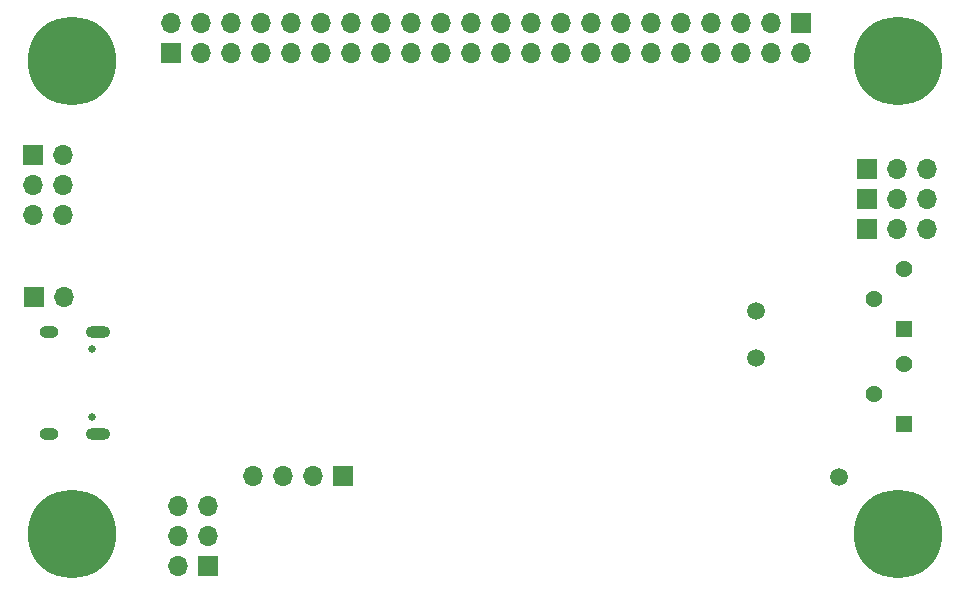
<source format=gbr>
%TF.GenerationSoftware,KiCad,Pcbnew,8.0.5*%
%TF.CreationDate,2024-10-04T16:45:10+08:00*%
%TF.ProjectId,Chao Recruit,4368616f-2052-4656-9372-7569742e6b69,rev?*%
%TF.SameCoordinates,Original*%
%TF.FileFunction,Soldermask,Bot*%
%TF.FilePolarity,Negative*%
%FSLAX46Y46*%
G04 Gerber Fmt 4.6, Leading zero omitted, Abs format (unit mm)*
G04 Created by KiCad (PCBNEW 8.0.5) date 2024-10-04 16:45:10*
%MOMM*%
%LPD*%
G01*
G04 APERTURE LIST*
G04 Aperture macros list*
%AMRoundRect*
0 Rectangle with rounded corners*
0 $1 Rounding radius*
0 $2 $3 $4 $5 $6 $7 $8 $9 X,Y pos of 4 corners*
0 Add a 4 corners polygon primitive as box body*
4,1,4,$2,$3,$4,$5,$6,$7,$8,$9,$2,$3,0*
0 Add four circle primitives for the rounded corners*
1,1,$1+$1,$2,$3*
1,1,$1+$1,$4,$5*
1,1,$1+$1,$6,$7*
1,1,$1+$1,$8,$9*
0 Add four rect primitives between the rounded corners*
20,1,$1+$1,$2,$3,$4,$5,0*
20,1,$1+$1,$4,$5,$6,$7,0*
20,1,$1+$1,$6,$7,$8,$9,0*
20,1,$1+$1,$8,$9,$2,$3,0*%
G04 Aperture macros list end*
%ADD10R,1.700000X1.700000*%
%ADD11O,1.700000X1.700000*%
%ADD12RoundRect,0.102000X0.611000X-0.611000X0.611000X0.611000X-0.611000X0.611000X-0.611000X-0.611000X0*%
%ADD13C,1.426000*%
%ADD14C,1.500000*%
%ADD15C,4.700000*%
%ADD16C,7.500000*%
%ADD17C,0.650000*%
%ADD18O,2.100000X1.000000*%
%ADD19O,1.600000X1.000000*%
G04 APERTURE END LIST*
D10*
%TO.C,J101*%
X77960002Y-90135000D03*
D11*
X75420002Y-90135000D03*
X72880003Y-90135000D03*
X70340002Y-90135000D03*
%TD*%
D12*
%TO.C,RV201*%
X125450000Y-85680000D03*
D13*
X122910000Y-83140000D03*
X125450000Y-80600000D03*
%TD*%
D10*
%TO.C,J202*%
X63412082Y-54350000D03*
D11*
X63412082Y-51810000D03*
X65952082Y-54350000D03*
X65952082Y-51810000D03*
X68492081Y-54350000D03*
X68492082Y-51810000D03*
X71032082Y-54350000D03*
X71032082Y-51810000D03*
X73572082Y-54350000D03*
X73572082Y-51810000D03*
X76112082Y-54350000D03*
X76112082Y-51810000D03*
%TD*%
D10*
%TO.C,J213*%
X122370000Y-69220000D03*
D11*
X124910000Y-69220000D03*
X127449999Y-69220000D03*
%TD*%
D10*
%TO.C,JP101*%
X51775000Y-75000000D03*
D11*
X54315000Y-75000000D03*
%TD*%
D10*
%TO.C,J214*%
X122370000Y-66680000D03*
D11*
X124910000Y-66680000D03*
X127449999Y-66680000D03*
%TD*%
D14*
%TO.C,TP203*%
X112910000Y-76140000D03*
%TD*%
D10*
%TO.C,J207*%
X66530002Y-97725000D03*
D11*
X63990002Y-97725000D03*
X66530002Y-95185000D03*
X63990002Y-95185000D03*
X66530002Y-92645001D03*
X63990002Y-92645000D03*
%TD*%
D10*
%TO.C,J204*%
X116752081Y-51810000D03*
D11*
X116752081Y-54350000D03*
X114212081Y-51810000D03*
X114212081Y-54350000D03*
X111672082Y-51810000D03*
X111672081Y-54350000D03*
X109132081Y-51810000D03*
X109132081Y-54350000D03*
X106592081Y-51810000D03*
X106592081Y-54350000D03*
X104052081Y-51810000D03*
X104052081Y-54350000D03*
X101512081Y-51810000D03*
X101512081Y-54350000D03*
X98972080Y-51810000D03*
X98972081Y-54350000D03*
X96432081Y-51810000D03*
X96432081Y-54350000D03*
X93892081Y-51810000D03*
X93892081Y-54350000D03*
X91352081Y-51810000D03*
X91352081Y-54350000D03*
X88812082Y-51810000D03*
X88812081Y-54350000D03*
X86272081Y-51810000D03*
X86272081Y-54350000D03*
X83732081Y-51810000D03*
X83732081Y-54350000D03*
X81192081Y-51810000D03*
X81192081Y-54350000D03*
X78652082Y-51810000D03*
X78652081Y-54350000D03*
%TD*%
D15*
%TO.C,H101*%
X55000000Y-55000000D03*
D16*
X55000000Y-55000000D03*
%TD*%
D14*
%TO.C,TP201*%
X112910000Y-80140000D03*
%TD*%
D10*
%TO.C,J211*%
X122370000Y-64140000D03*
D11*
X124910000Y-64140000D03*
X127449999Y-64140000D03*
%TD*%
D15*
%TO.C,H103*%
X55000000Y-95000000D03*
D16*
X55000000Y-95000000D03*
%TD*%
D14*
%TO.C,TP202*%
X119950000Y-90200000D03*
%TD*%
D15*
%TO.C,H102*%
X125000000Y-55000000D03*
D16*
X125000000Y-55000000D03*
%TD*%
D15*
%TO.C,H104*%
X125000000Y-95000000D03*
D16*
X125000000Y-95000000D03*
%TD*%
D10*
%TO.C,J205*%
X51725000Y-62920000D03*
D11*
X54265000Y-62920000D03*
X51725000Y-65460000D03*
X54265000Y-65460000D03*
X51725000Y-68000000D03*
X54265000Y-68000000D03*
%TD*%
D17*
%TO.C,J301*%
X56700000Y-79360000D03*
X56700000Y-85140000D03*
D18*
X57230000Y-77930000D03*
D19*
X53050000Y-77930000D03*
D18*
X57230000Y-86570000D03*
D19*
X53050000Y-86570000D03*
%TD*%
D12*
%TO.C,RV202*%
X125450000Y-77680000D03*
D13*
X122910000Y-75140000D03*
X125450000Y-72600000D03*
%TD*%
M02*

</source>
